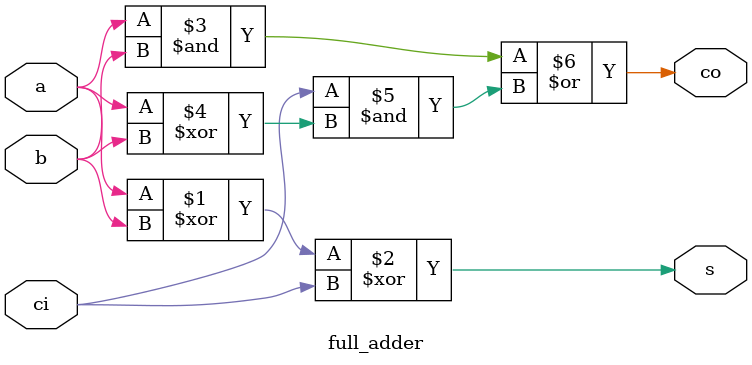
<source format=v>
module full_adder (

input a,
input b,
input ci,

output s,co) ;

xor (s,a,b,ci);
assign co=(a&b)|(ci&(a^b));	

endmodule
</source>
